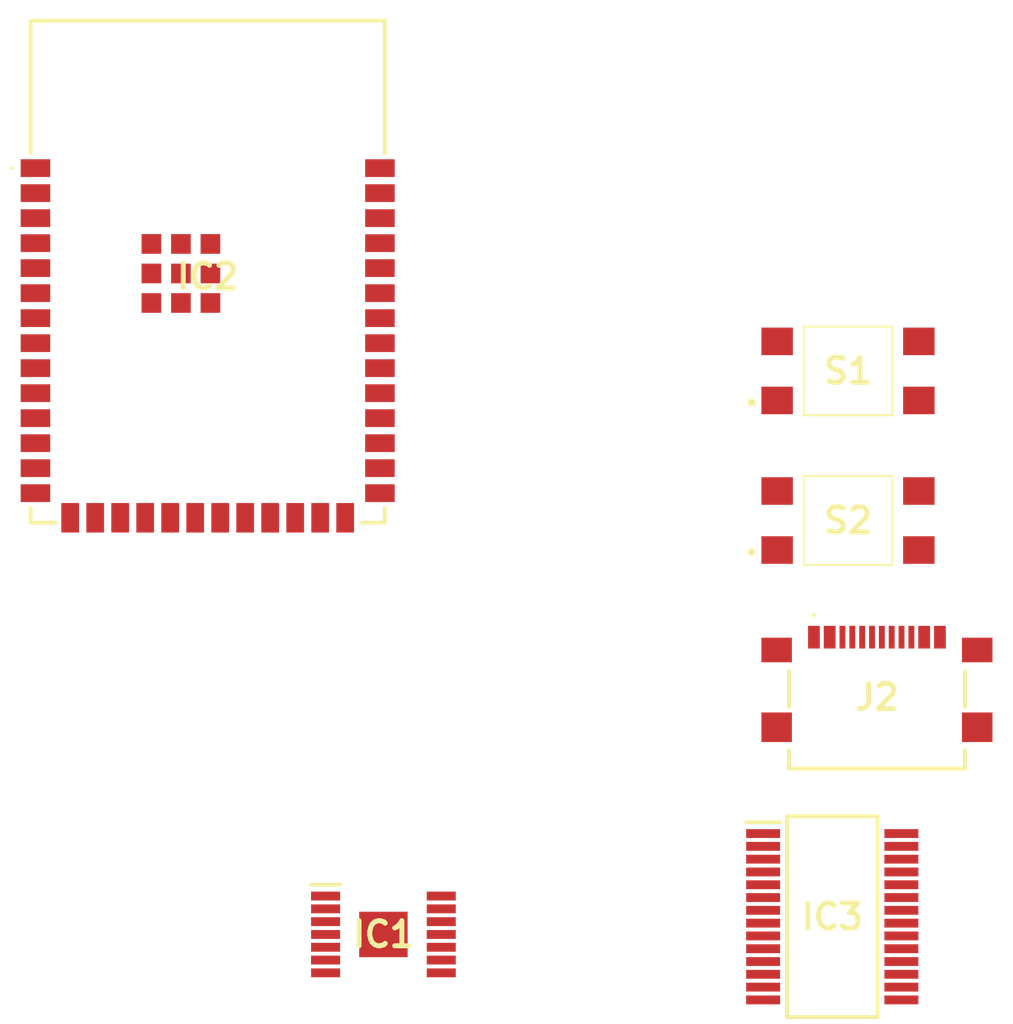
<source format=kicad_pcb>
(kicad_pcb (version 20241229) (generator "pcbnew") (generator_version "9.0")
  (layers (0 "F.Cu" signal) (2 "B.Cu" signal) (13 "F.Paste" user) (15 "B.Paste" user) (5 "F.SilkS" user "F.Silkscreen") (7 "B.SilkS" user "B.Silkscreen") (1 "F.Mask" user) (3 "B.Mask" user) (25 "Edge.Cuts" user))
  (net 0 "")
  (net 1 "Net-(IC1-EN)")
  (net 2 "Net-(IC1-SW1)")
  (net 3 "AGND")
  (net 4 "Net-(IC1-VFB)")
  (net 5 "PGND")
  (net 6 "3V3")
  (net 7 "Net-(IC1-SS)")
  (net 8 "Net-(IC1-PG)")
  (net 9 "Net-(IC1-VBST)")
  (net 10 "Net-(IC1-VREG5)")
  (net 11 "/BOOT")
  (net 33 "/EN")
  (net 36 "Net-(IC2-NC_1)")
  (net 48 "Net-(IC3-VCC)")
  (net 54 "Net-(IC3-NC_1)")
  (net 56 "Net-(IC3-USBDM)")
  (net 58 "Net-(IC3-USBDP)")
  (net 64 "Net-(IC3-3V3OUT)")
  (footprint "ESP32S3WROOM2N32R16V:ESP32S3WROOM2N32R16V" (layer "F.Cu") (at 93.26 96.51)
    (property "Reference" "IC2" (at 0 0.25 0) (layer "F.SilkS") (effects (font (size 1.27 1.27) (thickness 0.254))))
    (property "Value" "ESP32-S3-WROOM-2-N32R16V" (hide yes))
    (fp_line (start -10 -5.26) (end -10 -5.26) (stroke (width 0.1)) (layer "F.SilkS"))
    (fp_line (start -9.9 -5.26) (end -9.9 -5.26) (stroke (width 0.1)) (layer "F.SilkS"))
    (fp_line (start -9 -12.75) (end 9 -12.75) (stroke (width 0.2)) (layer "F.SilkS"))
    (fp_line (start -9 -6) (end -9 -12.75) (stroke (width 0.2)) (layer "F.SilkS"))
    (fp_line (start -9 12) (end -9 12.75) (stroke (width 0.2)) (layer "F.SilkS"))
    (fp_line (start -9 12.75) (end -7.75 12.75) (stroke (width 0.2)) (layer "F.SilkS"))
    (fp_line (start 7.85 12.75) (end 9 12.75) (stroke (width 0.2)) (layer "F.SilkS"))
    (fp_line (start 9 -12.75) (end 9 -6) (stroke (width 0.2)) (layer "F.SilkS"))
    (fp_line (start 9 12.75) (end 9 12) (stroke (width 0.2)) (layer "F.SilkS"))
    (fp_arc (start -10 -5.26) (mid -9.95 -5.31) (end -9.9 -5.26) (stroke (width 0.1)) (layer "F.SilkS"))
    (fp_arc (start -9.9 -5.26) (mid -9.95 -5.21) (end -10 -5.26) (stroke (width 0.1)) (layer "F.SilkS"))
    (pad "1" smd rect (at -8.75 -5.26 90) (size 0.9 1.5) (layers "F.Cu" "F.Mask" "F.Paste") (net 3 "AGND"))
    (pad "2" smd rect (at -8.75 -3.99 90) (size 0.9 1.5) (layers "F.Cu" "F.Mask" "F.Paste") (net 6 "3V3"))
    (pad "3" smd rect (at -8.75 -2.72 90) (size 0.9 1.5) (layers "F.Cu" "F.Mask" "F.Paste") (net 33 "/EN"))
    (pad "4" smd rect (at -8.75 -1.45 90) (size 0.9 1.5) (layers "F.Cu" "F.Mask" "F.Paste"))
    (pad "5" smd rect (at -8.75 -0.18 90) (size 0.9 1.5) (layers "F.Cu" "F.Mask" "F.Paste"))
    (pad "6" smd rect (at -8.75 1.09 90) (size 0.9 1.5) (layers "F.Cu" "F.Mask" "F.Paste"))
    (pad "7" smd rect (at -8.75 2.36 90) (size 0.9 1.5) (layers "F.Cu" "F.Mask" "F.Paste"))
    (pad "8" smd rect (at -8.75 3.63 90) (size 0.9 1.5) (layers "F.Cu" "F.Mask" "F.Paste"))
    (pad "9" smd rect (at -8.75 4.9 90) (size 0.9 1.5) (layers "F.Cu" "F.Mask" "F.Paste"))
    (pad "10" smd rect (at -8.75 6.17 90) (size 0.9 1.5) (layers "F.Cu" "F.Mask" "F.Paste"))
    (pad "11" smd rect (at -8.75 7.44 90) (size 0.9 1.5) (layers "F.Cu" "F.Mask" "F.Paste"))
    (pad "12" smd rect (at -8.75 8.71 90) (size 0.9 1.5) (layers "F.Cu" "F.Mask" "F.Paste"))
    (pad "13" smd rect (at -8.75 9.98 90) (size 0.9 1.5) (layers "F.Cu" "F.Mask" "F.Paste"))
    (pad "14" smd rect (at -8.75 11.25 90) (size 0.9 1.5) (layers "F.Cu" "F.Mask" "F.Paste"))
    (pad "15" smd rect (at -6.985 12.5) (size 0.9 1.5) (layers "F.Cu" "F.Mask" "F.Paste"))
    (pad "16" smd rect (at -5.715 12.5) (size 0.9 1.5) (layers "F.Cu" "F.Mask" "F.Paste") (net 11 "/BOOT"))
    (pad "17" smd rect (at -4.445 12.5) (size 0.9 1.5) (layers "F.Cu" "F.Mask" "F.Paste"))
    (pad "18" smd rect (at -3.175 12.5) (size 0.9 1.5) (layers "F.Cu" "F.Mask" "F.Paste"))
    (pad "19" smd rect (at -1.905 12.5) (size 0.9 1.5) (layers "F.Cu" "F.Mask" "F.Paste"))
    (pad "20" smd rect (at -0.635 12.5) (size 0.9 1.5) (layers "F.Cu" "F.Mask" "F.Paste"))
    (pad "21" smd rect (at 0.635 12.5) (size 0.9 1.5) (layers "F.Cu" "F.Mask" "F.Paste"))
    (pad "22" smd rect (at 1.905 12.5) (size 0.9 1.5) (layers "F.Cu" "F.Mask" "F.Paste"))
    (pad "23" smd rect (at 3.175 12.5) (size 0.9 1.5) (layers "F.Cu" "F.Mask" "F.Paste"))
    (pad "24" smd rect (at 4.445 12.5) (size 0.9 1.5) (layers "F.Cu" "F.Mask" "F.Paste"))
    (pad "25" smd rect (at 5.715 12.5) (size 0.9 1.5) (layers "F.Cu" "F.Mask" "F.Paste"))
    (pad "26" smd rect (at 6.985 12.5) (size 0.9 1.5) (layers "F.Cu" "F.Mask" "F.Paste"))
    (pad "27" smd rect (at 8.75 11.25 90) (size 0.9 1.5) (layers "F.Cu" "F.Mask" "F.Paste"))
    (pad "28" smd rect (at 8.75 9.98 90) (size 0.9 1.5) (layers "F.Cu" "F.Mask" "F.Paste") (net 36 "Net-(IC2-NC_1)"))
    (pad "29" smd rect (at 8.75 8.71 90) (size 0.9 1.5) (layers "F.Cu" "F.Mask" "F.Paste") (net 36 "Net-(IC2-NC_1)"))
    (pad "30" smd rect (at 8.75 7.44 90) (size 0.9 1.5) (layers "F.Cu" "F.Mask" "F.Paste") (net 36 "Net-(IC2-NC_1)"))
    (pad "31" smd rect (at 8.75 6.17 90) (size 0.9 1.5) (layers "F.Cu" "F.Mask" "F.Paste"))
    (pad "32" smd rect (at 8.75 4.9 90) (size 0.9 1.5) (layers "F.Cu" "F.Mask" "F.Paste"))
    (pad "33" smd rect (at 8.75 3.63 90) (size 0.9 1.5) (layers "F.Cu" "F.Mask" "F.Paste"))
    (pad "34" smd rect (at 8.75 2.36 90) (size 0.9 1.5) (layers "F.Cu" "F.Mask" "F.Paste"))
    (pad "35" smd rect (at 8.75 1.09 90) (size 0.9 1.5) (layers "F.Cu" "F.Mask" "F.Paste"))
    (pad "36" smd rect (at 8.75 -0.18 90) (size 0.9 1.5) (layers "F.Cu" "F.Mask" "F.Paste"))
    (pad "37" smd rect (at 8.75 -1.45 90) (size 0.9 1.5) (layers "F.Cu" "F.Mask" "F.Paste"))
    (pad "38" smd rect (at 8.75 -2.72 90) (size 0.9 1.5) (layers "F.Cu" "F.Mask" "F.Paste"))
    (pad "39" smd rect (at 8.75 -3.99 90) (size 0.9 1.5) (layers "F.Cu" "F.Mask" "F.Paste"))
    (pad "40" smd rect (at 8.75 -5.26 90) (size 0.9 1.5) (layers "F.Cu" "F.Mask" "F.Paste") (net 3 "AGND"))
    (pad "41" smd rect (at -1.36 0.09 90) (size 1 1) (layers "F.Cu" "F.Mask" "F.Paste") (net 3 "AGND"))
    (pad "42" smd rect (at -2.86 -1.41 90) (size 1 1) (layers "F.Cu" "F.Mask" "F.Paste") (net 3 "AGND"))
    (pad "43" smd rect (at -2.86 0.09 90) (size 1 1) (layers "F.Cu" "F.Mask" "F.Paste") (net 3 "AGND"))
    (pad "44" smd rect (at -2.86 1.59 90) (size 1 1) (layers "F.Cu" "F.Mask" "F.Paste") (net 3 "AGND"))
    (pad "45" smd rect (at -1.36 1.59 90) (size 1 1) (layers "F.Cu" "F.Mask" "F.Paste") (net 3 "AGND"))
    (pad "46" smd rect (at 0.14 1.59 90) (size 1 1) (layers "F.Cu" "F.Mask" "F.Paste") (net 3 "AGND"))
    (pad "47" smd rect (at 0.14 0.09 90) (size 1 1) (layers "F.Cu" "F.Mask" "F.Paste") (net 3 "AGND"))
    (pad "48" smd rect (at 0.14 -1.41 90) (size 1 1) (layers "F.Cu" "F.Mask" "F.Paste") (net 3 "AGND"))
    (pad "49" smd rect (at -1.36 -1.41 90) (size 1 1) (layers "F.Cu" "F.Mask" "F.Paste") (net 3 "AGND"))
  )
  (footprint "SOP65P640X120-15N:SOP65P640X120-15N" (layer "F.Cu") (at 102.188 130.175)
    (property "Reference" "IC1" (at 0 0 0) (layer "F.SilkS") (effects (font (size 1.27 1.27) (thickness 0.254))))
    (property "Value" "TPS54429PWPR" (hide yes))
    (fp_line (start -3.675 -2.525) (end -2.2 -2.525) (stroke (width 0.2)) (layer "F.SilkS"))
    (pad "1" smd rect (at -2.938 -1.95 90) (size 0.45 1.475) (layers "F.Cu" "F.Mask" "F.Paste") (net 6 "3V3"))
    (pad "2" smd rect (at -2.938 -1.3 90) (size 0.45 1.475) (layers "F.Cu" "F.Mask" "F.Paste") (net 4 "Net-(IC1-VFB)"))
    (pad "3" smd rect (at -2.938 -0.65 90) (size 0.45 1.475) (layers "F.Cu" "F.Mask" "F.Paste") (net 10 "Net-(IC1-VREG5)"))
    (pad "4" smd rect (at -2.938 0 90) (size 0.45 1.475) (layers "F.Cu" "F.Mask" "F.Paste") (net 7 "Net-(IC1-SS)"))
    (pad "5" smd rect (at -2.938 0.65 90) (size 0.45 1.475) (layers "F.Cu" "F.Mask" "F.Paste") (net 3 "AGND"))
    (pad "6" smd rect (at -2.938 1.3 90) (size 0.45 1.475) (layers "F.Cu" "F.Mask" "F.Paste") (net 8 "Net-(IC1-PG)"))
    (pad "7" smd rect (at -2.938 1.95 90) (size 0.45 1.475) (layers "F.Cu" "F.Mask" "F.Paste") (net 1 "Net-(IC1-EN)"))
    (pad "8" smd rect (at 2.938 1.95 90) (size 0.45 1.475) (layers "F.Cu" "F.Mask" "F.Paste") (net 5 "PGND"))
    (pad "9" smd rect (at 2.938 1.3 90) (size 0.45 1.475) (layers "F.Cu" "F.Mask" "F.Paste") (net 5 "PGND"))
    (pad "10" smd rect (at 2.938 0.65 90) (size 0.45 1.475) (layers "F.Cu" "F.Mask" "F.Paste") (net 2 "Net-(IC1-SW1)"))
    (pad "11" smd rect (at 2.938 0 90) (size 0.45 1.475) (layers "F.Cu" "F.Mask" "F.Paste") (net 2 "Net-(IC1-SW1)"))
    (pad "12" smd rect (at 2.938 -0.65 90) (size 0.45 1.475) (layers "F.Cu" "F.Mask" "F.Paste") (net 9 "Net-(IC1-VBST)"))
    (pad "13" smd rect (at 2.938 -1.3 90) (size 0.45 1.475) (layers "F.Cu" "F.Mask" "F.Paste") (net 1 "Net-(IC1-EN)"))
    (pad "14" smd rect (at 2.938 -1.95 90) (size 0.45 1.475) (layers "F.Cu" "F.Mask" "F.Paste") (net 1 "Net-(IC1-EN)"))
    (pad "15" smd rect (at 0 0 90) (size 2.31 2.46) (layers "F.Cu" "F.Mask" "F.Paste") (net 5 "PGND"))
  )
  (footprint "TL3305BF160QG:TL3305BF160QG" (layer "F.Cu") (at 125.788 109.15)
    (property "Reference" "S2" (at 0 0 0) (layer "F.SilkS") (effects (font (size 1.27 1.27) (thickness 0.254))))
    (property "Value" "TL3305BF100QG" (hide yes))
    (fp_line (start -5 1.6) (end -5 1.6) (stroke (width 0.2)) (layer "F.SilkS"))
    (fp_line (start -4.8 1.6) (end -4.8 1.6) (stroke (width 0.2)) (layer "F.SilkS"))
    (fp_line (start -2.25 -2.25) (end 2.25 -2.25) (stroke (width 0.1)) (layer "F.SilkS"))
    (fp_line (start -2.25 2.25) (end -2.25 -2.25) (stroke (width 0.1)) (layer "F.SilkS"))
    (fp_line (start 2.25 -2.25) (end 2.25 2.25) (stroke (width 0.1)) (layer "F.SilkS"))
    (fp_line (start 2.25 2.25) (end -2.25 2.25) (stroke (width 0.1)) (layer "F.SilkS"))
    (fp_arc (start -5 1.6) (mid -4.9 1.5) (end -4.8 1.6) (stroke (width 0.2)) (layer "F.SilkS"))
    (fp_arc (start -4.8 1.6) (mid -4.9 1.7) (end -5 1.6) (stroke (width 0.2)) (layer "F.SilkS"))
    (pad "1" smd rect (at -3.6 1.5 90) (size 1.4 1.6) (layers "F.Cu" "F.Mask" "F.Paste") (net 11 "/BOOT"))
    (pad "2" smd rect (at 3.6 1.5 90) (size 1.4 1.6) (layers "F.Cu" "F.Mask" "F.Paste") (net 11 "/BOOT"))
    (pad "3" smd rect (at -3.6 -1.5 90) (size 1.4 1.6) (layers "F.Cu" "F.Mask" "F.Paste") (net 3 "AGND"))
    (pad "4" smd rect (at 3.6 -1.5 90) (size 1.4 1.6) (layers "F.Cu" "F.Mask" "F.Paste") (net 3 "AGND"))
  )
  (footprint "USB421603A:USB421603A" (layer "F.Cu") (at 127.258 118.413)
    (property "Reference" "J2" (at 0 -0.288 0) (layer "F.SilkS") (effects (font (size 1.27 1.27) (thickness 0.254))))
    (property "Value" "USB4216-03-A" (hide yes))
    (fp_line (start -4.47 -1.6) (end -4.47 0.2) (stroke (width 0.2)) (layer "F.SilkS"))
    (fp_line (start -4.47 2.4) (end -4.47 3.337) (stroke (width 0.2)) (layer "F.SilkS"))
    (fp_line (start -4.47 3.337) (end 4.47 3.337) (stroke (width 0.2)) (layer "F.SilkS"))
    (fp_line (start -3.2 -4.5) (end -3.2 -4.5) (stroke (width 0.1)) (layer "F.SilkS"))
    (fp_line (start -3.2 -4.4) (end -3.2 -4.4) (stroke (width 0.1)) (layer "F.SilkS"))
    (fp_line (start 4.47 -1.6) (end 4.47 0.2) (stroke (width 0.2)) (layer "F.SilkS"))
    (fp_line (start 4.47 3.337) (end 4.47 2.4) (stroke (width 0.2)) (layer "F.SilkS"))
    (fp_arc (start -3.2 -4.5) (mid -3.15 -4.45) (end -3.2 -4.4) (stroke (width 0.1)) (layer "F.SilkS"))
    (fp_arc (start -3.2 -4.4) (mid -3.25 -4.45) (end -3.2 -4.5) (stroke (width 0.1)) (layer "F.SilkS"))
    (pad "" np_thru_hole circle (at -3 -2.063) (size 0.65 0.65) (drill 0.65) (layers "*.Cu" "*.Mask"))
    (pad "" np_thru_hole circle (at 3 -2.063) (size 0.65 0.65) (drill 0.65) (layers "*.Cu" "*.Mask"))
    (pad "A1" smd rect (at -3.2 -3.338) (size 0.6 1.15) (layers "F.Cu" "F.Mask" "F.Paste") (net 3 "AGND"))
    (pad "A4" smd rect (at -2.4 -3.338) (size 0.6 1.15) (layers "F.Cu" "F.Mask" "F.Paste") (net 48 "Net-(IC3-VCC)"))
    (pad "A5" smd rect (at -1.25 -3.338) (size 0.3 1.15) (layers "F.Cu" "F.Mask" "F.Paste") (net 3 "AGND"))
    (pad "A6" smd rect (at -0.25 -3.338) (size 0.3 1.15) (layers "F.Cu" "F.Mask" "F.Paste") (net 58 "Net-(IC3-USBDP)"))
    (pad "A7" smd rect (at 0.25 -3.338) (size 0.3 1.15) (layers "F.Cu" "F.Mask" "F.Paste") (net 56 "Net-(IC3-USBDM)"))
    (pad "A8" smd rect (at 1.25 -3.338) (size 0.3 1.15) (layers "F.Cu" "F.Mask" "F.Paste") (net 3 "AGND"))
    (pad "B1" smd rect (at 3.2 -3.338) (size 0.6 1.15) (layers "F.Cu" "F.Mask" "F.Paste") (net 3 "AGND"))
    (pad "B4" smd rect (at 2.4 -3.338) (size 0.6 1.15) (layers "F.Cu" "F.Mask" "F.Paste") (net 48 "Net-(IC3-VCC)"))
    (pad "B5" smd rect (at 1.75 -3.338) (size 0.3 1.15) (layers "F.Cu" "F.Mask" "F.Paste") (net 3 "AGND"))
    (pad "B6" smd rect (at 0.75 -3.338) (size 0.3 1.15) (layers "F.Cu" "F.Mask" "F.Paste") (net 58 "Net-(IC3-USBDP)"))
    (pad "B7" smd rect (at -0.75 -3.338) (size 0.3 1.15) (layers "F.Cu" "F.Mask" "F.Paste") (net 56 "Net-(IC3-USBDM)"))
    (pad "B8" smd rect (at -1.75 -3.338) (size 0.3 1.15) (layers "F.Cu" "F.Mask" "F.Paste") (net 3 "AGND"))
    (pad "G1" smd rect (at -5.095 -2.688 90) (size 1.25 1.55) (layers "F.Cu" "F.Mask" "F.Paste") (net 3 "AGND"))
    (pad "G2" smd rect (at 5.095 -2.688 90) (size 1.25 1.55) (layers "F.Cu" "F.Mask" "F.Paste") (net 3 "AGND"))
    (pad "G3" smd rect (at 5.095 1.237 90) (size 1.5 1.55) (layers "F.Cu" "F.Mask" "F.Paste") (net 3 "AGND"))
    (pad "G4" smd rect (at -5.095 1.237 90) (size 1.5 1.55) (layers "F.Cu" "F.Mask" "F.Paste") (net 3 "AGND"))
  )
  (footprint "SOP65P780X200-28N:SOP65P780X200-28N" (layer "F.Cu") (at 124.988 129.275)
    (property "Reference" "IC3" (at 0 0 0) (layer "F.SilkS") (effects (font (size 1.27 1.27) (thickness 0.254))))
    (property "Value" "FT232RNL-TUBE" (hide yes))
    (fp_line (start -4.375 -4.8) (end -2.65 -4.8) (stroke (width 0.2)) (layer "F.SilkS"))
    (fp_line (start -2.3 -5.1) (end 2.3 -5.1) (stroke (width 0.2)) (layer "F.SilkS"))
    (fp_line (start -2.3 5.1) (end -2.3 -5.1) (stroke (width 0.2)) (layer "F.SilkS"))
    (fp_line (start 2.3 -5.1) (end 2.3 5.1) (stroke (width 0.2)) (layer "F.SilkS"))
    (fp_line (start 2.3 5.1) (end -2.3 5.1) (stroke (width 0.2)) (layer "F.SilkS"))
    (pad "1" smd rect (at -3.512 -4.225 90) (size 0.45 1.725) (layers "F.Cu" "F.Mask" "F.Paste"))
    (pad "2" smd rect (at -3.512 -3.575 90) (size 0.45 1.725) (layers "F.Cu" "F.Mask" "F.Paste"))
    (pad "3" smd rect (at -3.512 -2.925 90) (size 0.45 1.725) (layers "F.Cu" "F.Mask" "F.Paste"))
    (pad "4" smd rect (at -3.512 -2.275 90) (size 0.45 1.725) (layers "F.Cu" "F.Mask" "F.Paste") (net 48 "Net-(IC3-VCC)"))
    (pad "5" smd rect (at -3.512 -1.625 90) (size 0.45 1.725) (layers "F.Cu" "F.Mask" "F.Paste"))
    (pad "6" smd rect (at -3.512 -0.975 90) (size 0.45 1.725) (layers "F.Cu" "F.Mask" "F.Paste"))
    (pad "7" smd rect (at -3.512 -0.325 90) (size 0.45 1.725) (layers "F.Cu" "F.Mask" "F.Paste") (net 3 "AGND"))
    (pad "8" smd rect (at -3.512 0.325 90) (size 0.45 1.725) (layers "F.Cu" "F.Mask" "F.Paste") (net 54 "Net-(IC3-NC_1)"))
    (pad "9" smd rect (at -3.512 0.975 90) (size 0.45 1.725) (layers "F.Cu" "F.Mask" "F.Paste"))
    (pad "10" smd rect (at -3.512 1.625 90) (size 0.45 1.725) (layers "F.Cu" "F.Mask" "F.Paste"))
    (pad "11" smd rect (at -3.512 2.275 90) (size 0.45 1.725) (layers "F.Cu" "F.Mask" "F.Paste"))
    (pad "12" smd rect (at -3.512 2.925 90) (size 0.45 1.725) (layers "F.Cu" "F.Mask" "F.Paste"))
    (pad "13" smd rect (at -3.512 3.575 90) (size 0.45 1.725) (layers "F.Cu" "F.Mask" "F.Paste"))
    (pad "14" smd rect (at -3.512 4.225 90) (size 0.45 1.725) (layers "F.Cu" "F.Mask" "F.Paste"))
    (pad "15" smd rect (at 3.512 4.225 90) (size 0.45 1.725) (layers "F.Cu" "F.Mask" "F.Paste") (net 58 "Net-(IC3-USBDP)"))
    (pad "16" smd rect (at 3.512 3.575 90) (size 0.45 1.725) (layers "F.Cu" "F.Mask" "F.Paste") (net 56 "Net-(IC3-USBDM)"))
    (pad "17" smd rect (at 3.512 2.925 90) (size 0.45 1.725) (layers "F.Cu" "F.Mask" "F.Paste") (net 64 "Net-(IC3-3V3OUT)"))
    (pad "18" smd rect (at 3.512 2.275 90) (size 0.45 1.725) (layers "F.Cu" "F.Mask" "F.Paste") (net 3 "AGND"))
    (pad "19" smd rect (at 3.512 1.625 90) (size 0.45 1.725) (layers "F.Cu" "F.Mask" "F.Paste"))
    (pad "20" smd rect (at 3.512 0.975 90) (size 0.45 1.725) (layers "F.Cu" "F.Mask" "F.Paste") (net 48 "Net-(IC3-VCC)"))
    (pad "21" smd rect (at 3.512 0.325 90) (size 0.45 1.725) (layers "F.Cu" "F.Mask" "F.Paste") (net 3 "AGND"))
    (pad "22" smd rect (at 3.512 -0.325 90) (size 0.45 1.725) (layers "F.Cu" "F.Mask" "F.Paste"))
    (pad "23" smd rect (at 3.512 -0.975 90) (size 0.45 1.725) (layers "F.Cu" "F.Mask" "F.Paste"))
    (pad "24" smd rect (at 3.512 -1.625 90) (size 0.45 1.725) (layers "F.Cu" "F.Mask" "F.Paste") (net 54 "Net-(IC3-NC_1)"))
    (pad "25" smd rect (at 3.512 -2.275 90) (size 0.45 1.725) (layers "F.Cu" "F.Mask" "F.Paste") (net 3 "AGND"))
    (pad "26" smd rect (at 3.512 -2.925 90) (size 0.45 1.725) (layers "F.Cu" "F.Mask" "F.Paste"))
    (pad "27" smd rect (at 3.512 -3.575 90) (size 0.45 1.725) (layers "F.Cu" "F.Mask" "F.Paste"))
    (pad "28" smd rect (at 3.512 -4.225 90) (size 0.45 1.725) (layers "F.Cu" "F.Mask" "F.Paste"))
  )
  (footprint "TL3305BF160QG:TL3305BF160QG" (layer "F.Cu") (at 125.788 101.55)
    (property "Reference" "S1" (at 0 0 0) (layer "F.SilkS") (effects (font (size 1.27 1.27) (thickness 0.254))))
    (property "Value" "TL3305BF100QG" (hide yes))
    (fp_line (start -5 1.6) (end -5 1.6) (stroke (width 0.2)) (layer "F.SilkS"))
    (fp_line (start -4.8 1.6) (end -4.8 1.6) (stroke (width 0.2)) (layer "F.SilkS"))
    (fp_line (start -2.25 -2.25) (end 2.25 -2.25) (stroke (width 0.1)) (layer "F.SilkS"))
    (fp_line (start -2.25 2.25) (end -2.25 -2.25) (stroke (width 0.1)) (layer "F.SilkS"))
    (fp_line (start 2.25 -2.25) (end 2.25 2.25) (stroke (width 0.1)) (layer "F.SilkS"))
    (fp_line (start 2.25 2.25) (end -2.25 2.25) (stroke (width 0.1)) (layer "F.SilkS"))
    (fp_arc (start -5 1.6) (mid -4.9 1.5) (end -4.8 1.6) (stroke (width 0.2)) (layer "F.SilkS"))
    (fp_arc (start -4.8 1.6) (mid -4.9 1.7) (end -5 1.6) (stroke (width 0.2)) (layer "F.SilkS"))
    (pad "1" smd rect (at -3.6 1.5 90) (size 1.4 1.6) (layers "F.Cu" "F.Mask" "F.Paste") (net 33 "/EN"))
    (pad "2" smd rect (at 3.6 1.5 90) (size 1.4 1.6) (layers "F.Cu" "F.Mask" "F.Paste") (net 33 "/EN"))
    (pad "3" smd rect (at -3.6 -1.5 90) (size 1.4 1.6) (layers "F.Cu" "F.Mask" "F.Paste") (net 3 "AGND"))
    (pad "4" smd rect (at 3.6 -1.5 90) (size 1.4 1.6) (layers "F.Cu" "F.Mask" "F.Paste") (net 3 "AGND"))
  )
)
</source>
